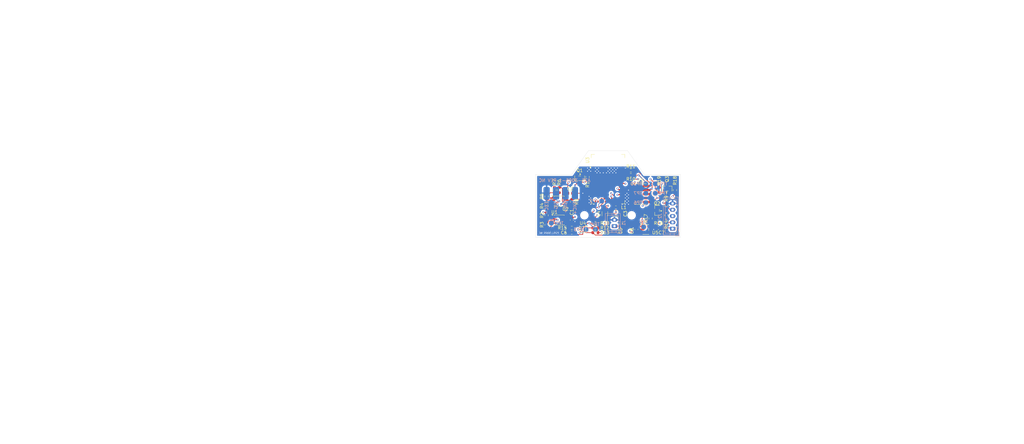
<source format=kicad_pcb>
(kicad_pcb
	(version 20241229)
	(generator "pcbnew")
	(generator_version "9.0")
	(general
		(thickness 1.6472)
		(legacy_teardrops no)
	)
	(paper "A4")
	(title_block
		(rev "${REVISION}")
		(company "${COMPANY}")
	)
	(layers
		(0 "F.Cu" signal)
		(4 "In1.Cu" signal)
		(6 "In2.Cu" power)
		(2 "B.Cu" power)
		(9 "F.Adhes" user "F.Adhesive")
		(11 "B.Adhes" user "B.Adhesive")
		(13 "F.Paste" user)
		(15 "B.Paste" user)
		(5 "F.SilkS" user "F.Silkscreen")
		(7 "B.SilkS" user "B.Silkscreen")
		(1 "F.Mask" user)
		(3 "B.Mask" user)
		(17 "Dwgs.User" user "AssyTitlePage")
		(19 "Cmts.User" user "User.Comments")
		(21 "Eco1.User" user "F.DNP")
		(23 "Eco2.User" user "B.DNP")
		(25 "Edge.Cuts" user)
		(27 "Margin" user)
		(31 "F.CrtYd" user "F.Courtyard")
		(29 "B.CrtYd" user "B.Courtyard")
		(35 "F.Fab" user)
		(33 "B.Fab" user)
		(39 "User.1" user "DrillMap")
		(41 "User.2" front "F.TestPoint")
		(43 "User.3" back "B.TestPoint")
		(45 "User.4" front "F.AssemblyText")
		(47 "User.5" back "B.AssemblyText")
		(49 "User.6" front "F.Dimensions")
		(51 "User.7" back "B.Dimensions")
		(53 "User.8" front "F.TestPointList")
		(55 "User.9" back "B.TestPointList")
	)
	(setup
		(stackup
			(layer "F.SilkS"
				(type "Top Silk Screen")
				(color "White")
			)
			(layer "F.Paste"
				(type "Top Solder Paste")
			)
			(layer "F.Mask"
				(type "Top Solder Mask")
				(color "Green")
				(thickness 0.0305)
			)
			(layer "F.Cu"
				(type "copper")
				(thickness 0.035)
			)
			(layer "dielectric 1"
				(type "prepreg")
				(color "FR4 natural")
				(thickness 0.2104)
				(material "FR4")
				(epsilon_r 4.4)
				(loss_tangent 0.02)
			)
			(layer "In1.Cu"
				(type "copper")
				(thickness 0.0152)
			)
			(layer "dielectric 2"
				(type "core")
				(color "FR4 natural")
				(thickness 1.065)
				(material "FR4")
				(epsilon_r 4.6)
				(loss_tangent 0.02)
			)
			(layer "In2.Cu"
				(type "copper")
				(thickness 0.0152)
			)
			(layer "dielectric 3"
				(type "prepreg")
				(color "FR4 natural")
				(thickness 0.2104)
				(material "FR4")
				(epsilon_r 4.4)
				(loss_tangent 0.02)
			)
			(layer "B.Cu"
				(type "copper")
				(thickness 0.035)
			)
			(layer "B.Mask"
				(type "Bottom Solder Mask")
				(color "Green")
				(thickness 0.0305)
			)
			(layer "B.Paste"
				(type "Bottom Solder Paste")
			)
			(layer "B.SilkS"
				(type "Bottom Silk Screen")
				(color "White")
			)
			(copper_finish "HAL SnPb")
			(dielectric_constraints no)
		)
		(pad_to_mask_clearance 0)
		(allow_soldermask_bridges_in_footprints no)
		(tenting front back)
		(aux_axis_origin 125 100)
		(pcbplotparams
			(layerselection 0x00000000_00000000_55555555_5755f5ff)
			(plot_on_all_layers_selection 0x00000000_00000000_00000000_00000000)
			(disableapertmacros no)
			(usegerberextensions no)
			(usegerberattributes yes)
			(usegerberadvancedattributes yes)
			(creategerberjobfile yes)
			(dashed_line_dash_ratio 12.000000)
			(dashed_line_gap_ratio 3.000000)
			(svgprecision 4)
			(plotframeref no)
			(mode 1)
			(useauxorigin no)
			(hpglpennumber 1)
			(hpglpenspeed 20)
			(hpglpendiameter 15.000000)
			(pdf_front_fp_property_popups yes)
			(pdf_back_fp_property_popups yes)
			(pdf_metadata yes)
			(pdf_single_document no)
			(dxfpolygonmode yes)
			(dxfimperialunits yes)
			(dxfusepcbnewfont yes)
			(psnegative no)
			(psa4output no)
			(plot_black_and_white yes)
			(sketchpadsonfab no)
			(plotpadnumbers no)
			(hidednponfab no)
			(sketchdnponfab yes)
			(crossoutdnponfab yes)
			(subtractmaskfromsilk no)
			(outputformat 1)
			(mirror no)
			(drillshape 1)
			(scaleselection 1)
			(outputdirectory "")
		)
	)
	(property "ASSEMBLY_NAME" "Assembly Name")
	(property "ASSEMBLY_NOTES" "")
	(property "ASSEMBLY_NUMBER" "A99-9000")
	(property "ASSEMBLY_SCALE" "1")
	(property "COMPANY" "Asymworks, LLC")
	(property "DESIGNER" "JPK")
	(property "DWG_NUMBER_PCB" "P99-9000")
	(property "DWG_NUMBER_SCH" "S99-9000")
	(property "DWG_TITLE_ASSY" "PCB Assembly, Assembly Name")
	(property "DWG_TITLE_PCB" "PCB, Assembly Name")
	(property "DWG_TITLE_SCH" "Schematic, Assembly Name")
	(property "FABRICATION_NOTES" "FABRICATION NOTES (UNLESS OTHERWISE SPECIFIED)\n\n1)	FABRICATE PER IPC-6012A CLASS 2.\n\n2)	OUTLINE DEFINED IN SEPARATE GERBER FILE WITH\n	\"Edge_Cuts.GBR\" SUFFIX.\n\n3)	SEE SEPARATE DRILL FILES WITH \".DRL\" SUFFIX \n	FOR HOLE LOCATIONS.\n\n	SELECTED HOLE LOCATIONS SHOWN ON THIS DRAWING \n	FOR REFERENCE ONLY.\n\n4)	SURFACE FINISH: HAL SNPB\n\n5)	SOLDERMASK ON BOTH SIDES OF THE BOARD SHALL \n	BE LPI, COLOR GREEN.\n\n6)	SILK SCREEN LEGEND TO BE APPLIED PER LAYER \n	STACKUP USING WHITE NON-CONDUCTIVE EPOXY INK.\n\n7)	ALL VIAS ARE TENTED ON BOTH SIDES UNLESS \n	SOLDERMASK OPENED IN GERBER.\n\n8)	RESERVED\n\n9)	PCB MATERIAL REQUIREMENTS:\n\n	A.	FLAMMABILITY RATING MUST MEET OR EXCEED \n		UL94V-0 REQUIREMENTS.\n	B.	Tg 135 C OR EQUIVALENT.\n\n10)	DESIGN GEOMETRY MINIMUM FEATURE SIZES:\n\n	BOARD SIZE				46.000 × 27.500 mm\n	BOARD THICKNESS		1.647 mm\n	TRACE WIDTH			0.100 mm\n	TRACE TO TRACE		0.200 mm\n	MIN. HOLE (PTH)			0.300 mm\n	MIN. HOLE (NPTH)		2.200 mm\n	ANNULAR RING			0.150 mm\n	COPPER TO HOLE		0.250 mm\n	COPPER TO EDGE		0.500 mm\n	HOLE TO HOLE			0.250 mm\n\n11)	ALL DIMENSIONS ARE IN MILLIMETERS UNLESS OTHERWISE\n	SPECIFIED.\n\n12)	FOR REFERENCE ONLY THE STACKUP CORRESPONDS TO JLCPCB\n	STACKUP JLC04161H-7628.\n	FOR REFERENCE ONLY. IMPEDANCE IS THE CONTROLLING PARAMETER\n	OVER LAYER STACKUP. GERBER DATA MAY NOT BE ALTERED EXCEPT\n	FOR STANDARD FABRICATION ALLOWANCES.\n\n	THE SUPPLIED ARTWORK MAY OR MAY NOT CONTAIN THE SPECIFIED\n	TRACE GEOMETRIES ON EVERY LAYERS SPECIFIED.")
	(property "GIT_HASH" "98997e6")
	(property "GIT_HASH_PCB" "98997e6")
	(property "GIT_HASH_SCH" "5caa450")
	(property "GIT_URL" "/jkrauss/Test_4")
	(property "PROJECT_CODE" "P99")
	(property "RELEASE_DATE" "2026-03-09")
	(property "RELEASE_STATE" "WORKING")
	(property "REVISION" "NO_TAG+ (Unreleased)")
	(property "SCALE" "2:1")
	(property "SCHEMATIC_NOTES" "Unless otherwise specified, components Values are in ohms, µF, and µH.")
	(property "SHEET_NAME_01" "Cover Page")
	(property "SHEET_NAME_02" "Block Diagram")
	(property "SHEET_NAME_03" "Project Architecture")
	(property "SHEET_NAME_04" "Load Cell Amp")
	(property "SHEET_NAME_05" "BLE Controller")
	(property "SHEET_NAME_06" "Power and Interface")
	(property "SHEET_NAME_07" "Parts List")
	(property "SHEET_NAME_08" "......................................")
	(property "SHEET_NAME_09" "......................................")
	(property "SHEET_NAME_10" "......................................")
	(property "SHEET_NAME_11" "......................................")
	(property "SHEET_NAME_12" "......................................")
	(property "SHEET_NAME_13" "......................................")
	(property "SHEET_NAME_14" "......................................")
	(property "SHEET_NAME_15" "......................................")
	(property "SHEET_NAME_16" "......................................")
	(property "SHEET_NAME_17" "......................................")
	(property "SHEET_NAME_18" "......................................")
	(property "SHEET_NAME_19" "......................................")
	(property "SHEET_NAME_20" "......................................")
	(property "STATE" "TEMPLATE")
	(property "VARIANT" "")
	(net 0 "")
	(net 1 "GND")
	(net 2 "+3.3V")
	(net 3 "VDD")
	(net 4 "Net-(J1-Pin_1)")
	(net 5 "Net-(U4-VDD)")
	(net 6 "VBUS")
	(net 7 "/Project Architecture/Power and Interface/CHARGE_LED_IO")
	(net 8 "/Project Architecture/Power and Interface/PAIR_LED_IO")
	(net 9 "/Project Architecture/BLE Controller/~{PAIR_SW}")
	(net 10 "/Project Architecture/Power and Interface/SWDIO")
	(net 11 "unconnected-(J3-SWO{slash}TDO-Pad6)")
	(net 12 "/Project Architecture/Power and Interface/SWDCLK")
	(net 13 "/Project Architecture/Power and Interface/~{RESET}")
	(net 14 "unconnected-(J3-NC{slash}TDI-Pad8)")
	(net 15 "unconnected-(J3-KEY-Pad7)")
	(net 16 "Net-(U3-DCCH)")
	(net 17 "/Project Architecture/BLE Controller/~{LOAD_CELL_EN}")
	(net 18 "/Project Architecture/Load Cell Amp/EXC+")
	(net 19 "Net-(Q2-S)")
	(net 20 "/Project Architecture/Power and Interface/STAT")
	(net 21 "Net-(Q3-S)")
	(net 22 "/Project Architecture/BLE Controller/~{PAIR_LED}")
	(net 23 "Net-(U1A-+)")
	(net 24 "Net-(U1A--)")
	(net 25 "Net-(U2A--)")
	(net 26 "Net-(R5-Pad1)")
	(net 27 "Net-(U2B--)")
	(net 28 "/Project Architecture/BLE Controller/LOAD_CELL")
	(net 29 "Net-(U3-SWDIO)")
	(net 30 "Net-(U3-SWDCLK)")
	(net 31 "/Project Architecture/BLE Controller/SDA")
	(net 32 "/Project Architecture/BLE Controller/SCL")
	(net 33 "Net-(U4-BIN)")
	(net 34 "Net-(U5-PROG)")
	(net 35 "/Project Architecture/BLE Controller/~{BATT_INT}")
	(net 36 "Net-(U1B--)")
	(net 37 "/Project Architecture/Load Cell Amp/SIG-")
	(net 38 "/Project Architecture/Load Cell Amp/SIG+")
	(net 39 "unconnected-(U3-P0.01-Pad18)")
	(net 40 "unconnected-(U3-D--Pad34)")
	(net 41 "unconnected-(U3-P0.08-Pad24)")
	(net 42 "unconnected-(U3-P1.15-Pad8)")
	(net 43 "unconnected-(U3-P0.10-Pad54)")
	(net 44 "unconnected-(U3-P0.28-Pad13)")
	(net 45 "unconnected-(U3-P0.16-Pad38)")
	(net 46 "unconnected-(U3-P1.00-Pad47)")
	(net 47 "unconnected-(U3-P1.03-Pad60)")
	(net 48 "unconnected-(U3-P1.06-Pad57)")
	(net 49 "unconnected-(U3-P0.23-Pad45)")
	(net 50 "unconnected-(U3-P0.02-Pad11)")
	(net 51 "unconnected-(U3-P0.26-Pad19)")
	(net 52 "unconnected-(U3-P1.12-Pad5)")
	(net 53 "unconnected-(U3-P0.17-Pad41)")
	(net 54 "unconnected-(U3-P1.09-Pad26)")
	(net 55 "unconnected-(U3-P0.13-Pad37)")
	(net 56 "unconnected-(U3-P0.00-Pad17)")
	(net 57 "unconnected-(U3-P1.10-Pad3)")
	(net 58 "unconnected-(U3-P0.06-Pad22)")
	(net 59 "unconnected-(U3-P0.15-Pad39)")
	(net 60 "unconnected-(U3-P0.05-Pad21)")
	(net 61 "unconnected-(U3-P0.22-Pad46)")
	(net 62 "unconnected-(U3-P1.07-Pad58)")
	(net 63 "unconnected-(U3-P1.04-Pad56)")
	(net 64 "unconnected-(U3-D+-Pad35)")
	(net 65 "unconnected-(U3-P0.19-Pad42)")
	(net 66 "unconnected-(U3-VBUS-Pad32)")
	(net 67 "unconnected-(U3-P1.08-Pad25)")
	(net 68 "unconnected-(U3-P0.07-Pad23)")
	(net 69 "unconnected-(U3-P1.05-Pad59)")
	(net 70 "unconnected-(U3-P0.09-Pad52)")
	(net 71 "unconnected-(U3-P1.13-Pad6)")
	(net 72 "unconnected-(U3-P0.29-Pad10)")
	(net 73 "unconnected-(U3-P1.14-Pad7)")
	(net 74 "unconnected-(U3-P0.21-Pad43)")
	(net 75 "unconnected-(U3-P0.25-Pad49)")
	(net 76 "unconnected-(U3-P0.24-Pad48)")
	(net 77 "unconnected-(U3-P0.03-Pad9)")
	(net 78 "unconnected-(U3-P0.31-Pad12)")
	(net 79 "unconnected-(U3-P0.30-Pad14)")
	(net 80 "unconnected-(U3-P1.01-Pad61)")
	(footprint "Capacitor_SMD:C_0603_1608Metric" (layer "F.Cu") (at 136 86))
	(footprint "Resistor_SMD:R_0603_1608Metric" (layer "F.Cu") (at 166.5 90 -90))
	(footprint "Resistor_SMD:R_0603_1608Metric" (layer "F.Cu") (at 155.25 78.75 180))
	(footprint "Resistor_SMD:R_0603_1608Metric" (layer "F.Cu") (at 132.5 85 -90))
	(footprint "Resistor_SMD:R_0603_1608Metric" (layer "F.Cu") (at 144 98.5 180))
	(footprint "Resistor_SMD:R_0603_1608Metric" (layer "F.Cu") (at 169.25 85 -90))
	(footprint "Resistor_SMD:R_0603_1608Metric" (layer "F.Cu") (at 128.5 87 -90))
	(footprint "Capacitor_SMD:C_0603_1608Metric" (layer "F.Cu") (at 157 97.5 90))
	(footprint "MountingHole:MountingHole_2.2mm_M2_ISO7380" (layer "F.Cu") (at 140.5 93))
	(footprint "Package_BGA:Texas_DSBGA-9_1.62x1.58mm_Layout3x3_P0.5mm" (layer "F.Cu") (at 140 97.5 -90))
	(footprint "Resistor_SMD:R_0603_1608Metric" (layer "F.Cu") (at 128.5 93 90))
	(footprint "Resistor_SMD:R_0603_1608Metric" (layer "F.Cu") (at 164.25 85 -90))
	(footprint "RF_Module:Raytac_MDBT50Q" (layer "F.Cu") (at 148 81.5))
	(footprint "Resistor_SMD:R_0603_1608Metric" (layer "F.Cu") (at 161.5 94 90))
	(footprint "Resistor_SMD:R_0603_1608Metric" (layer "F.Cu") (at 128.5 96 90))
	(footprint "Resistor_SMD:R_0603_1608Metric" (layer "F.Cu") (at 144 95.5 180))
	(footprint "Package_TO_SOT_SMD:SOT-23-5" (layer "F.Cu") (at 160 97.5))
	(footprint "Resistor_SMD:R_0603_1608Metric" (layer "F.Cu") (at 144 97 180))
	(footprint "Capacitor_SMD:C_0603_1608Metric" (layer "F.Cu") (at 152 95.5 90))
	(footprint "Inductor_SMD:L_0603_1608Metric" (layer "F.Cu") (at 150.5 90.5))
	(footprint "Capacitor_SMD:C_1206_3216Metric" (layer "F.Cu") (at 147 92.5 -90))
	(footprint "MountingHole:MountingHole_2.2mm_M2_ISO7380" (layer "F.Cu") (at 155.5 93))
	(footprint "Resistor_SMD:R_0603_1608Metric" (layer "F.Cu") (at 136.6125 88.725 -90))
	(footprint "Package_TO_SOT_SMD:SOT-23" (layer "F.Cu") (at 163.5625 91.45 180))
	(footprint "Capacitor_SMD:C_0603_1608Metric" (layer "F.Cu") (at 136.5 98.5 180))
	(footprint "Capacitor_SMD:C_1206_3216Metric" (layer "F.Cu") (at 150.5 92.5))
	(footprint "Package_TO_SOT_SMD:SOT-23" (layer "F.Cu") (at 139 81.25 -90))
	(footprint "Package_TO_SOT_SMD:SOT-23" (layer "F.Cu") (at 166.75 84.5 90))
	(footprint "Package_SO:MSOP-8_3x3mm_P0.65mm" (layer "F.Cu") (at 132.5 88.5))
	(footprint "Resistor_SMD:R_0603_1608Metric" (layer "F.Cu") (at 166.5 93 -90))
	(footprint "Capacitor_SMD:C_0603_1608Metric" (layer "F.Cu") (at 164 97 180))
	(footprint "Connector_PinHeader_1.27mm:PinHeader_2x05_P1.27mm_Vertical_SMD" (layer "F.Cu") (at 158.25 86.25))
	(footprint "Capacitor_SMD:C_0603_1608Metric" (layer "F.Cu") (at 136.5 94.5 -90))
	(footprint "Resistor_SMD:R_0603_1608Metric" (layer "F.Cu") (at 128.5 90 -90))
	(footprint "Resistor_SMD:R_0603_1608Metric" (layer "F.Cu") (at 141.5 80.825 90))
	(footprint "Resistor_SMD:R_0603_1608Metric" (layer "F.Cu") (at 164 94))
	(footprint "Resistor_SMD:R_0603_1608Metric"
		(layer "F.Cu")
		(uuid "f6bb0c6b-59de-43b0-a815-5c52eac18117")
		(at 131 85 -90)
		(descr "Resistor SMD 0603 (1608 Metric), square (rectangular) end terminal, IPC-7351 nominal, (Body size source: IPC-SM-782 page 72, https://www.pcb-3d.com/wordpress/wp-content/uploads/ipc-sm-782a_amendment_1_and_2.pdf), generated with kicad-footprint-generator")
		(tags "resistor")
		(property "Reference" "R7"
			(at -2.5 0 90)
			(layer "F.SilkS")
			(uuid "d13ebb5d-e1e9-4859-b40e-586f56a66b47")
			(effects
				(font
					(size 1 1)
					(thickness 0.15)
				)
			)
		)
		(property "Value" "51k"
			(at 0 1.43 90)
			(layer "F.Fab")
			(hide yes)
			(uuid "47335070-52e4-464a-8057-916c5915b133")
			(effects
				(font
					(size 1 1)
					(thickness 0.15)
				)
			)
		)
		(property "Datasheet" "https://www.royalohm.com/assets/pdf/products/smd/1.pdf"
			(at 0 0 90)
			(layer "F.Fab")
			(hide yes)
			(uuid "de658f9c-6a20-4ea2-9e47-c6b3ac59661d")
			(effects
				(font
					(size 1.27 1.27)
					(thickness 0.15)
				)
			)
		)
		(property "Description" "Resistor, US symbol"
			(at 0 0 90)
			(layer "F.Fab")
			(hide yes)
			(uuid "fb493402-d8aa-4692-882e-3580524d635a")
			(effects
				(font
					(size 1.27 1.27)
					(thickness 0.15)
				)
			)
		)
		(property "Manufacturer" "Uni-Royal"
			(at 0 0 270)
			(unlocked yes)
			(layer "F.Fab")
			(hide yes)
			(uuid "46b597f5-e60f-4a13-b471-4efe49fd098d")
			(effects
				(font
					(size 1 1)
					(thickness 0.15)
				)
			)
		)
		(property "Manufacturer PN" "0603WAF5102T5E"
			(at 0 0 270)
			(unlocked yes)
			(layer "F.Fab")
			(hide yes)
			(uuid "011aea9e-2e76-4f07-bf83-422b6a55a55e")
			(effects
				(font
					(size 1 1)
					(thickness 0.15)
				)
			)
		)
		(property "LCSC" "C23196"
			(at 0 0 270)
			(unlocked yes)
			(layer "F.Fab")
			(hide yes)
			(uuid "637cd45e-97f0-4b1a-afcd-140f2702925f")
			(effects
				(font
					(size 1 1)
					(thic
... [1433205 chars truncated]
</source>
